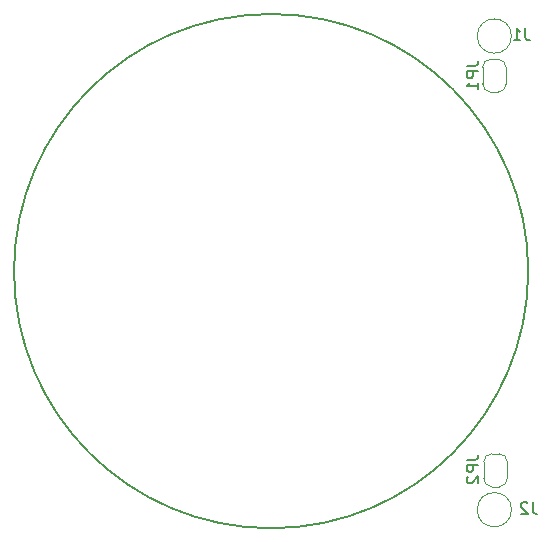
<source format=gbr>
%TF.GenerationSoftware,KiCad,Pcbnew,7.0.5.1-1-g8f565ef7f0-dirty-deb11*%
%TF.CreationDate,2023-07-01T18:37:16+00:00*%
%TF.ProjectId,USTTHUNDERMILLPCB03,55535454-4855-44e4-9445-524d494c4c50,rev?*%
%TF.SameCoordinates,Original*%
%TF.FileFunction,Legend,Bot*%
%TF.FilePolarity,Positive*%
%FSLAX46Y46*%
G04 Gerber Fmt 4.6, Leading zero omitted, Abs format (unit mm)*
G04 Created by KiCad (PCBNEW 7.0.5.1-1-g8f565ef7f0-dirty-deb11) date 2023-07-01 18:37:16*
%MOMM*%
%LPD*%
G01*
G04 APERTURE LIST*
%ADD10C,0.150000*%
%ADD11C,0.120000*%
G04 APERTURE END LIST*
D10*
X21768096Y0D02*
G75*
G03*
X21768096Y0I-21768096J0D01*
G01*
%TO.C,JP1*%
X16554819Y17383334D02*
X17269104Y17383334D01*
X17269104Y17383334D02*
X17411961Y17430953D01*
X17411961Y17430953D02*
X17507200Y17526191D01*
X17507200Y17526191D02*
X17554819Y17669048D01*
X17554819Y17669048D02*
X17554819Y17764286D01*
X17554819Y16907143D02*
X16554819Y16907143D01*
X16554819Y16907143D02*
X16554819Y16526191D01*
X16554819Y16526191D02*
X16602438Y16430953D01*
X16602438Y16430953D02*
X16650057Y16383334D01*
X16650057Y16383334D02*
X16745295Y16335715D01*
X16745295Y16335715D02*
X16888152Y16335715D01*
X16888152Y16335715D02*
X16983390Y16383334D01*
X16983390Y16383334D02*
X17031009Y16430953D01*
X17031009Y16430953D02*
X17078628Y16526191D01*
X17078628Y16526191D02*
X17078628Y16907143D01*
X17554819Y15383334D02*
X17554819Y15954762D01*
X17554819Y15669048D02*
X16554819Y15669048D01*
X16554819Y15669048D02*
X16697676Y15764286D01*
X16697676Y15764286D02*
X16792914Y15859524D01*
X16792914Y15859524D02*
X16840533Y15954762D01*
%TO.C,J1*%
X21533333Y20545181D02*
X21533333Y19830896D01*
X21533333Y19830896D02*
X21580952Y19688039D01*
X21580952Y19688039D02*
X21676190Y19592800D01*
X21676190Y19592800D02*
X21819047Y19545181D01*
X21819047Y19545181D02*
X21914285Y19545181D01*
X20533333Y19545181D02*
X21104761Y19545181D01*
X20819047Y19545181D02*
X20819047Y20545181D01*
X20819047Y20545181D02*
X20914285Y20402324D01*
X20914285Y20402324D02*
X21009523Y20307086D01*
X21009523Y20307086D02*
X21104761Y20259467D01*
%TO.C,JP2*%
X16554819Y-15966666D02*
X17269104Y-15966666D01*
X17269104Y-15966666D02*
X17411961Y-15919047D01*
X17411961Y-15919047D02*
X17507200Y-15823809D01*
X17507200Y-15823809D02*
X17554819Y-15680952D01*
X17554819Y-15680952D02*
X17554819Y-15585714D01*
X17554819Y-16442857D02*
X16554819Y-16442857D01*
X16554819Y-16442857D02*
X16554819Y-16823809D01*
X16554819Y-16823809D02*
X16602438Y-16919047D01*
X16602438Y-16919047D02*
X16650057Y-16966666D01*
X16650057Y-16966666D02*
X16745295Y-17014285D01*
X16745295Y-17014285D02*
X16888152Y-17014285D01*
X16888152Y-17014285D02*
X16983390Y-16966666D01*
X16983390Y-16966666D02*
X17031009Y-16919047D01*
X17031009Y-16919047D02*
X17078628Y-16823809D01*
X17078628Y-16823809D02*
X17078628Y-16442857D01*
X16650057Y-17395238D02*
X16602438Y-17442857D01*
X16602438Y-17442857D02*
X16554819Y-17538095D01*
X16554819Y-17538095D02*
X16554819Y-17776190D01*
X16554819Y-17776190D02*
X16602438Y-17871428D01*
X16602438Y-17871428D02*
X16650057Y-17919047D01*
X16650057Y-17919047D02*
X16745295Y-17966666D01*
X16745295Y-17966666D02*
X16840533Y-17966666D01*
X16840533Y-17966666D02*
X16983390Y-17919047D01*
X16983390Y-17919047D02*
X17554819Y-17347619D01*
X17554819Y-17347619D02*
X17554819Y-17966666D01*
%TO.C,J2*%
X22133333Y-19554819D02*
X22133333Y-20269104D01*
X22133333Y-20269104D02*
X22180952Y-20411961D01*
X22180952Y-20411961D02*
X22276190Y-20507200D01*
X22276190Y-20507200D02*
X22419047Y-20554819D01*
X22419047Y-20554819D02*
X22514285Y-20554819D01*
X21704761Y-19650057D02*
X21657142Y-19602438D01*
X21657142Y-19602438D02*
X21561904Y-19554819D01*
X21561904Y-19554819D02*
X21323809Y-19554819D01*
X21323809Y-19554819D02*
X21228571Y-19602438D01*
X21228571Y-19602438D02*
X21180952Y-19650057D01*
X21180952Y-19650057D02*
X21133333Y-19745295D01*
X21133333Y-19745295D02*
X21133333Y-19840533D01*
X21133333Y-19840533D02*
X21180952Y-19983390D01*
X21180952Y-19983390D02*
X21752380Y-20554819D01*
X21752380Y-20554819D02*
X21133333Y-20554819D01*
D11*
%TO.C,JP1*%
X19200000Y17950000D02*
X18600000Y17950000D01*
X17900000Y17250000D02*
X17900000Y15850000D01*
X19900000Y15850000D02*
X19900000Y17250000D01*
X18600000Y15150000D02*
X19200000Y15150000D01*
X19900000Y17250000D02*
G75*
G03*
X19200000Y17950000I-699999J1D01*
G01*
X18600000Y17950000D02*
G75*
G03*
X17900000Y17250000I-1J-699999D01*
G01*
X19200000Y15150000D02*
G75*
G03*
X19900000Y15850000I0J700000D01*
G01*
X17900000Y15850000D02*
G75*
G03*
X18600000Y15150000I700000J0D01*
G01*
%TO.C,J1*%
X20350000Y19900000D02*
G75*
G03*
X20350000Y19900000I-1450000J0D01*
G01*
%TO.C,JP2*%
X18700000Y-18250000D02*
X19300000Y-18250000D01*
X20000000Y-17550000D02*
X20000000Y-16150000D01*
X18000000Y-16150000D02*
X18000000Y-17550000D01*
X19300000Y-15450000D02*
X18700000Y-15450000D01*
X18000000Y-17550000D02*
G75*
G03*
X18700000Y-18250000I699999J-1D01*
G01*
X19300000Y-18250000D02*
G75*
G03*
X20000000Y-17550000I1J699999D01*
G01*
X18700000Y-15450000D02*
G75*
G03*
X18000000Y-16150000I0J-700000D01*
G01*
X20000000Y-16150000D02*
G75*
G03*
X19300000Y-15450000I-700000J0D01*
G01*
%TO.C,J2*%
X20350000Y-20200000D02*
G75*
G03*
X20350000Y-20200000I-1450000J0D01*
G01*
%TD*%
M02*

</source>
